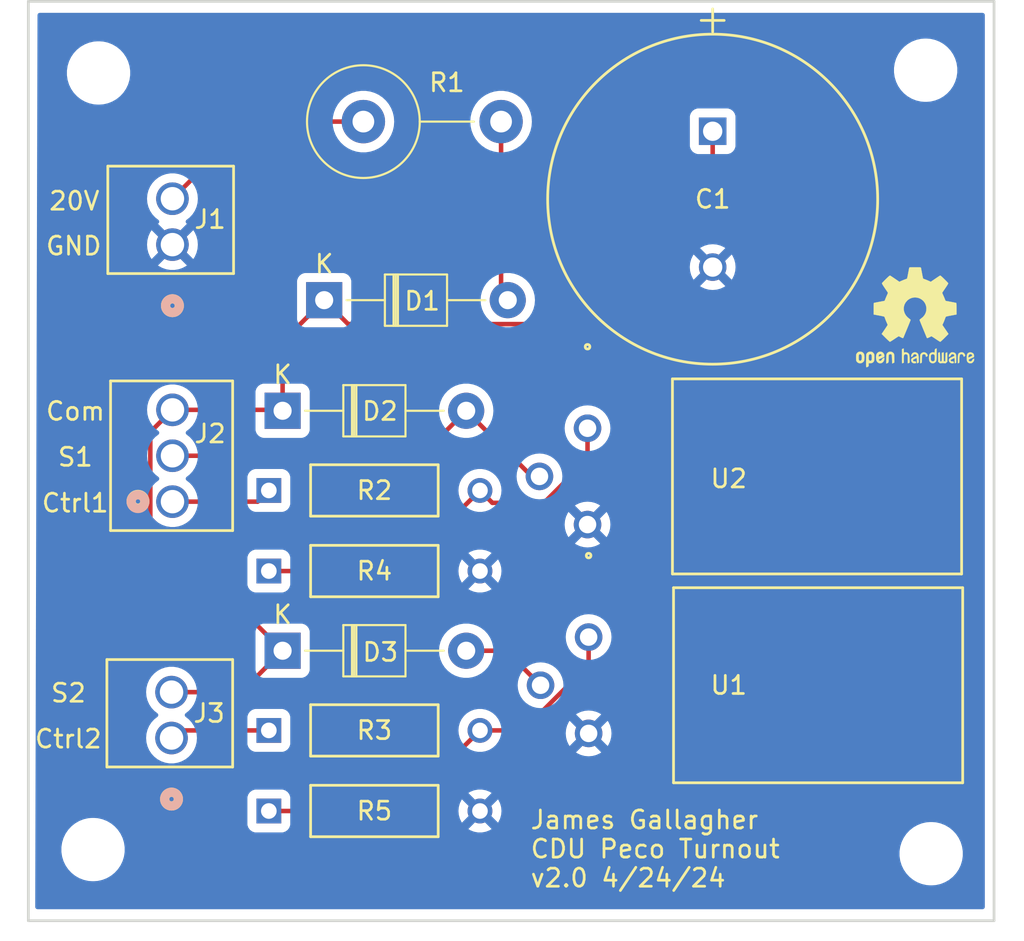
<source format=kicad_pcb>
(kicad_pcb (version 20221018) (generator pcbnew)
  (layers (0 "F.Cu" signal) (31 "B.Cu" signal) (34 "B.Paste" user) (35 "F.Paste" user) (36 "B.SilkS" user "B.Silkscreen") (37 "F.SilkS" user "F.Silkscreen") (38 "B.Mask" user) (39 "F.Mask" user) (44 "Edge.Cuts" user))
  (net 0 "")
  (net 1 "Net-(D1-K)")
  (net 2 "GND")
  (net 3 "Net-(D2-A)")
  (net 4 "Net-(D3-A)")
  (net 5 "Net-(D1-A)")
  (net 6 "Net-(J2-Pin_1)")
  (net 7 "Net-(J3-Pin_1)")
  (net 8 "VCC")
  (net 9 "Net-(U2-BASE)")
  (net 10 "Net-(U1-BASE)")
  (footprint "CDU footprints:TO-220-3_10P53X15P75_ONS" (layer "F.Cu") (at 147.694 113.921 -90)
    (fp_text reference "U1" (at 2.665 -7.754 unlocked) (layer "F.SilkS"))
    (fp_text value "TIP120G")
    (fp_line (start -2.7325 -20.701) (end -2.7325 -4.699) (stroke (width 0.1524)) (layer "F.SilkS"))
    (fp_line (start -2.7325 -4.699) (end 8.0625 -4.699) (stroke (width 0.1524)) (layer "F.SilkS"))
    (fp_line (start 8.0625 -20.701) (end -2.7325 -20.701) (stroke (width 0.1524)) (layer "F.SilkS"))
    (fp_line (start 8.0625 -4.699) (end 8.0625 -20.701) (stroke (width 0.1524)) (layer "F.SilkS"))
    (fp_circle (center -4.5105 0) (end -4.3835 0) (stroke (width 0.1524)) (fill none) (layer "F.SilkS"))
    (pad "1" thru_hole circle (at 0 0 270) (size 1.524 1.524) (drill 0.9652) (layers "*.Cu" "*.Mask") (net 10 "Net-(U1-BASE)"))
    (pad "2" thru_hole circle (at 2.665 2.66 270) (size 1.524 1.524) (drill 0.9652) (layers "*.Cu" "*.Mask") (net 4 "Net-(D3-A)"))
    (pad "3" thru_hole circle (at 5.329999 0 270) (size 1.524 1.524) (drill 0.9652) (layers "*.Cu" "*.Mask") (net 2 "GND"))
    (pad "4" smd rect (at 2.665 -15.748 270) (size 7.62 7.62) (layers "F.Cu" "F.Paste" "F.Mask"))
  )
  (footprint "CDU footprints:CONN_OSTVN02A150_OST" (layer "F.Cu") (at 124.6124 119.507 90)
    (fp_text reference "J3" (at 1.370076 2.0828 unlocked) (layer "F.SilkS"))
    (fp_text value "Conn_01x02_Socket" hide)
    (fp_circle (center -3.379724 0) (end -2.998724 0) (stroke (width 0.508)) (fill none) (layer "B.SilkS"))
    (fp_line (start -1.601724 -3.577001) (end -1.601724 3.382599) (stroke (width 0.1524)) (layer "F.SilkS"))
    (fp_line (start -1.601724 3.382599) (end 4.341876 3.382599) (stroke (width 0.1524)) (layer "F.SilkS"))
    (fp_line (start 4.341876 -3.577001) (end -1.601724 -3.577001) (stroke (width 0.1524)) (layer "F.SilkS"))
    (fp_line (start 4.341876 3.382599) (end 4.341876 -3.577001) (stroke (width 0.1524)) (layer "F.SilkS"))
    (fp_circle (center -3.379724 0) (end -2.998724 0) (stroke (width 0.508)) (fill none) (layer "F.SilkS"))
    (pad "1" thru_hole circle (at 0 0 90) (size 1.8034 1.8034) (drill 1.2954) (layers "*.Cu" "*.Mask") (net 7 "Net-(J3-Pin_1)"))
    (pad "2" thru_hole circle (at 2.54 0 90) (size 1.8034 1.8034) (drill 1.2954) (layers "*.Cu" "*.Mask") (net 1 "Net-(D1-K)"))
  )
  (footprint "CDU footprints:TO-220-3_10P53X15P75_ONS" (layer "F.Cu") (at 147.634 102.364 -90)
    (fp_text reference "U2" (at 2.792 -7.814 unlocked) (layer "F.SilkS"))
    (fp_text value "TIP120G")
    (fp_line (start -2.7325 -20.701) (end -2.7325 -4.699) (stroke (width 0.1524)) (layer "F.SilkS"))
    (fp_line (start -2.7325 -4.699) (end 8.0625 -4.699) (stroke (width 0.1524)) (layer "F.SilkS"))
    (fp_line (start 8.0625 -20.701) (end -2.7325 -20.701) (stroke (width 0.1524)) (layer "F.SilkS"))
    (fp_line (start 8.0625 -4.699) (end 8.0625 -20.701) (stroke (width 0.1524)) (layer "F.SilkS"))
    (fp_circle (center -4.5105 0) (end -4.3835 0) (stroke (width 0.1524)) (fill none) (layer "F.SilkS"))
    (pad "1" thru_hole circle (at 0 0 270) (size 1.524 1.524) (drill 0.9652) (layers "*.Cu" "*.Mask") (net 9 "Net-(U2-BASE)"))
    (pad "2" thru_hole circle (at 2.665 2.66 270) (size 1.524 1.524) (drill 0.9652) (layers "*.Cu" "*.Mask") (net 3 "Net-(D2-A)"))
    (pad "3" thru_hole circle (at 5.329999 0 270) (size 1.524 1.524) (drill 0.9652) (layers "*.Cu" "*.Mask") (net 2 "GND"))
    (pad "4" smd rect (at 2.665 -15.748 270) (size 7.62 7.62) (layers "F.Cu" "F.Paste" "F.Mask"))
  )
  (footprint "CDU footprints:R_Axial_DIN0617_L17.0mm_D6.0mm_P7.62mm_Vertical" (layer "F.Cu") (at 135.2296 85.3948)
    (fp_text reference "R1" (at 4.62 -2.159) (layer "F.SilkS"))
    (fp_text value "220")
    (fp_line (start 3.12 0) (end 6.12 0) (stroke (width 0.12)) (layer "F.SilkS"))
    (fp_circle (center 0 0) (end 3.12 0) (stroke (width 0.12)) (fill none) (layer "F.SilkS"))
    (pad "1" thru_hole circle (at 0 0) (size 2.4 2.4) (drill 1.2) (layers "*.Cu" "*.Mask") (net 8 "VCC"))
    (pad "2" thru_hole oval (at 7.62 0) (size 2.4 2.4) (drill 1.2) (layers "*.Cu" "*.Mask") (net 5 "Net-(D1-A)"))
  )
  (footprint "MountingHole:MountingHole_3mm" (layer "F.Cu") (at 120.5738 82.7024)
    (fp_text reference "H1" hide)
    (fp_text value "MountingHole")
    (pad "" np_thru_hole circle (at 0 0) (size 3 3) (drill 3) (layers "*.Cu" "*.Mask"))
  )
  (footprint "Symbol:OSHW-Logo2_7.3x6mm_SilkScreen" (layer "F.Cu") (at 165.7604 96.2152)
    (fp_text reference "REF**" hide)
    (fp_text value "OSHW-Logo2_7.3x6mm_SilkScreen" hide)
    (fp_poly (pts (xy 2.6526 1.958752) (xy 2.669948 1.966334) (xy 2.711356 1.999128) (xy 2.746765 2.046547) (xy 2.768664 2.097151) (xy 2.772229 2.122098) (xy 2.760279 2.156927) (xy 2.734067 2.175357) (xy 2.705964 2.186516) (xy 2.693095 2.188572) (xy 2.686829 2.173649) (xy 2.674456 2.141175) (xy 2.669028 2.126502) (xy 2.63859 2.075744) (xy 2.59452 2.050427) (xy 2.53801 2.051206) (xy 2.533825 2.052203) (xy 2.503655 2.066507) (xy 2.481476 2.094393) (xy 2.466327 2.139287) (xy 2.45725 2.204615) (xy 2.453286 2.293804) (xy 2.452914 2.341261) (xy 2.45273 2.416071) (xy 2.451522 2.467069) (xy 2.448309 2.499471) (xy 2.442109 2.518495) (xy 2.43194 2.529356) (xy 2.416819 2.537272) (xy 2.415946 2.53767) (xy 2.386828 2.549981) (xy 2.372403 2.554514) (xy 2.370186 2.540809) (xy 2.368289 2.502925) (xy 2.366847 2.445715) (xy 2.365998 2.374027) (xy 2.365829 2.321565) (xy 2.366692 2.220047) (xy 2.37007 2.143032) (xy 2.377142 2.086023) (xy 2.389088 2.044526) (xy 2.40709 2.014043) (xy 2.432327 1.99008) (xy 2.457247 1.973355) (xy 2.517171 1.951097) (xy 2.586911 1.946076) (xy 2.6526 1.958752)) (stroke (width 0.01)) (fill solid) (layer "F.SilkS"))
    (fp_poly (pts (xy -1.283907 1.92778) (xy -1.237328 1.954723) (xy -1.204943 1.981466) (xy -1.181258 2.009484) (xy -1.164941 2.043748) (xy -1.154661 2.089227) (xy -1.149086 2.150892) (xy -1.146884 2.233711) (xy -1.146629 2.293246) (xy -1.146629 2.512391) (xy -1.208314 2.540044) (xy -1.27 2.567697) (xy -1.277257 2.32767) (xy -1.280256 2.238028) (xy -1.283402 2.172962) (xy -1.287299 2.128026) (xy -1.292553 2.09877) (xy -1.299769 2.080748) (xy -1.30955 2.069511) (xy -1.312688 2.067079) (xy -1.360239 2.048083) (xy -1.408303 2.0556) (xy -1.436914 2.075543) (xy -1.448553 2.089675) (xy -1.456609 2.10822) (xy -1.461729 2.136334) (xy -1.464559 2.179173) (xy -1.465744 2.241895) (xy -1.465943 2.307261) (xy -1.465982 2.389268) (xy -1.467386 2.447316) (xy -1.472086 2.486465) (xy -1.482013 2.51178) (xy -1.499097 2.528323) (xy -1.525268 2.541156) (xy -1.560225 2.554491) (xy -1.598404 2.569007) (xy -1.593859 2.311389) (xy -1.592029 2.218519) (xy -1.589888 2.149889) (xy -1.586819 2.100711) (xy -1.582206 2.066198) (xy -1.575432 2.041562) (xy -1.565881 2.022016) (xy -1.554366 2.00477) (xy -1.49881 1.94968) (xy -1.43102 1.917822) (xy -1.357287 1.910191) (xy -1.283907 1.92778)) (stroke (width 0.01)) (fill solid) (layer "F.SilkS"))
    (fp_poly (pts (xy 0.529926 1.949755) (xy 0.595858 1.974084) (xy 0.649273 2.017117) (xy 0.670164 2.047409) (xy 0.692939 2.102994) (xy 0.692466 2.143186) (xy 0.668562 2.170217) (xy 0.659717 2.174813) (xy 0.62153 2.189144) (xy 0.602028 2.185472) (xy 0.595422 2.161407) (xy 0.595086 2.148114) (xy 0.582992 2.09921) (xy 0.551471 2.064999) (xy 0.507659 2.048476) (xy 0.458695 2.052634) (xy 0.418894 2.074227) (xy 0.40545 2.086544) (xy 0.395921 2.101487) (xy 0.389485 2.124075) (xy 0.385317 2.159328) (xy 0.382597 2.212266) (xy 0.380502 2.287907) (xy 0.37996 2.311857) (xy 0.377981 2.39379) (xy 0.375731 2.451455) (xy 0.372357 2.489608) (xy 0.367006 2.513004) (xy 0.358824 2.526398) (xy 0.346959 2.534545) (xy 0.339362 2.538144) (xy 0.307102 2.550452) (xy 0.288111 2.554514) (xy 0.281836 2.540948) (xy 0.278006 2.499934) (xy 0.2766 2.430999) (xy 0.277598 2.333669) (xy 0.277908 2.318657) (xy 0.280101 2.229859) (xy 0.282693 2.165019) (xy 0.286382 2.119067) (xy 0.291864 2.086935) (xy 0.299835 2.063553) (xy 0.310993 2.043852) (xy 0.31683 2.03541) (xy 0.350296 1.998057) (xy 0.387727 1.969003) (xy 0.392309 1.966467) (xy 0.459426 1.946443) (xy 0.529926 1.949755)) (stroke (width 0.01)) (fill solid) (layer "F.SilkS"))
    (fp_poly (pts (xy -0.624114 1.851289) (xy -0.619861 1.910613) (xy -0.614975 1.945572) (xy -0.608205 1.96082) (xy -0.598298 1.961015) (xy -0.595086 1.959195) (xy -0.552356 1.946015) (xy -0.496773 1.946785) (xy -0.440263 1.960333) (xy -0.404918 1.977861) (xy -0.368679 2.005861) (xy -0.342187 2.037549) (xy -0.324001 2.077813) (xy -0.312678 2.131543) (xy -0.306778 2.203626) (xy -0.304857 2.298951) (xy -0.304823 2.317237) (xy -0.3048 2.522646) (xy -0.350509 2.53858) (xy -0.382973 2.54942) (xy -0.400785 2.554468) (xy -0.401309 2.554514) (xy -0.403063 2.540828) (xy -0.404556 2.503076) (xy -0.405674 2.446224) (xy -0.406303 2.375234) (xy -0.4064 2.332073) (xy -0.406602 2.246973) (xy -0.407642 2.185981) (xy -0.410169 2.144177) (xy -0.414836 2.116642) (xy -0.422293 2.098456) (xy -0.433189 2.084698) (xy -0.439993 2.078073) (xy -0.486728 2.051375) (xy -0.537728 2.049375) (xy -0.583999 2.071955) (xy -0.592556 2.080107) (xy -0.605107 2.095436) (xy -0.613812 2.113618) (xy -0.619369 2.139909) (xy -0.622474 2.179562) (xy -0.623824 2.237832) (xy -0.624114 2.318173) (xy -0.624114 2.522646) (xy -0.669823 2.53858) (xy -0.702287 2.54942) (xy -0.720099 2.554468) (xy -0.720623 2.554514) (xy -0.721963 2.540623) (xy -0.723172 2.501439) (xy -0.724199 2.4407) (xy -0.724998 2.362141) (xy -0.725519 2.269498) (xy -0.725714 2.166509) (xy -0.725714 1.769342) (xy -0.678543 1.749444) (xy -0.631371 1.729547) (xy -0.624114 1.851289)) (stroke (width 0.01)) (fill solid) (layer "F.SilkS"))
    (fp_poly (pts (xy 1.779833 1.958663) (xy 1.782048 1.99685) (xy 1.783784 2.054886) (xy 1.784899 2.12818) (xy 1.785257 2.205055) (xy 1.785257 2.465196) (xy 1.739326 2.511127) (xy 1.707675 2.539429) (xy 1.67989 2.550893) (xy 1.641915 2.550168) (xy 1.62684 2.548321) (xy 1.579726 2.542948) (xy 1.540756 2.539869) (xy 1.531257 2.539585) (xy 1.499233 2.541445) (xy 1.453432 2.546114) (xy 1.435674 2.548321) (xy 1.392057 2.551735) (xy 1.362745 2.54432) (xy 1.33368 2.521427) (xy 1.323188 2.511127) (xy 1.277257 2.465196) (xy 1.277257 1.978602) (xy 1.314226 1.961758) (xy 1.346059 1.949282) (xy 1.364683 1.944914) (xy 1.369458 1.958718) (xy 1.373921 1.997286) (xy 1.377775 2.056356) (xy 1.380722 2.131663) (xy 1.382143 2.195286) (xy 1.386114 2.445657) (xy 1.420759 2.450556) (xy 1.452268 2.447131) (xy 1.467708 2.436041) (xy 1.472023 2.415308) (xy 1.475708 2.371145) (xy 1.478469 2.309146) (xy 1.480012 2.234909) (xy 1.480235 2.196706) (xy 1.480457 1.976783) (xy 1.526166 1.960849) (xy 1.558518 1.950015) (xy 1.576115 1.944962) (xy 1.576623 1.944914) (xy 1.578388 1.958648) (xy 1.580329 1.99673) (xy 1.582282 2.054482) (xy 1.584084 2.127227) (xy 1.585343 2.195286) (xy 1.589314 2.445657) (xy 1.6764 2.445657) (xy 1.680396 2.21724) (xy 1.684392 1.988822) (xy 1.726847 1.966868) (xy 1.758192 1.951793) (xy 1.776744 1.944951) (xy 1.777279 1.944914) (xy 1.779833 1.958663)) (stroke (width 0.01)) (fill solid) (layer "F.SilkS"))
    (fp_poly (pts (xy -2.958885 1.921962) (xy -2.890855 1.957733) (xy -2.840649 2.015301) (xy -2.822815 2.052312) (xy -2.808937 2.107882) (xy -2.801833 2.178096) (xy -2.80116 2.254727) (xy -2.806573 2.329552) (xy -2.81773 2.394342) (xy -2.834286 2.440873) (xy -2.839374 2.448887) (xy -2.899645 2.508707) (xy -2.971231 2.544535) (xy -3.048908 2.55502) (xy -3.127452 2.53881) (xy -3.149311 2.529092) (xy -3.191878 2.499143) (xy -3.229237 2.459433) (xy -3.232768 2.454397) (xy -3.247119 2.430124) (xy -3.256606 2.404178) (xy -3.26221 2.370022) (xy -3.264914 2.321119) (xy -3.265701 2.250935) (xy -3.265714 2.2352) (xy -3.265678 2.230192) (xy -3.120571 2.230192) (xy -3.119727 2.29643) (xy -3.116404 2.340386) (xy -3.109417 2.368779) (xy -3.097584 2.388325) (xy -3.091543 2.394857) (xy -3.056814 2.41968) (xy -3.023097 2.418548) (xy -2.989005 2.397016) (xy -2.968671 2.374029) (xy -2.956629 2.340478) (xy -2.949866 2.287569) (xy -2.949402 2.281399) (xy -2.948248 2.185513) (xy -2.960312 2.114299) (xy -2.98543 2.068194) (xy -3.02344 2.047635) (xy -3.037008 2.046514) (xy -3.072636 2.052152) (xy -3.097006 2.071686) (xy -3.111907 2.109042) (xy -3.119125 2.16815) (xy -3.120571 2.230192) (xy -3.265678 2.230192) (xy -3.265174 2.160413) (xy -3.262904 2.108159) (xy -3.257932 2.071949) (xy -3.249287 2.045299) (xy -3.235995 2.021722) (xy -3.233057 2.017338) (xy -3.183687 1.958249) (xy -3.129891 1.923947) (xy -3.064398 1.910331) (xy -3.042158 1.909665) (xy -2.958885 1.921962)) (stroke (width 0.01)) (fill solid) (layer "F.SilkS"))
    (fp_poly (pts (xy 3.153595 1.966966) (xy 3.211021 2.004497) (xy 3.238719 2.038096) (xy 3.260662 2.099064) (xy 3.262405 2.147308) (xy 3.258457 2.211816) (xy 3.109686 2.276934) (xy 3.037349 2.310202) (xy 2.990084 2.336964) (xy 2.965507 2.360144) (xy 2.961237 2.382667) (xy 2.974889 2.407455) (xy 2.989943 2.423886) (xy 3.033746 2.450235) (xy 3.081389 2.452081) (xy 3.125145 2.431546) (xy 3.157289 2.390752) (xy 3.163038 2.376347) (xy 3.190576 2.331356) (xy 3.222258 2.312182) (xy 3.265714 2.295779) (xy 3.265714 2.357966) (xy 3.261872 2.400283) (xy 3.246823 2.435969) (xy 3.21528 2.476943) (xy 3.210592 2.482267) (xy 3.175506 2.51872) (xy 3.145347 2.538283) (xy 3.107615 2.547283) (xy 3.076335 2.55023) (xy 3.020385 2.550965) (xy 2.980555 2.54166) (xy 2.955708 2.527846) (xy 2.916656 2.497467) (xy 2.889625 2.464613) (xy 2.872517 2.423294) (xy 2.863238 2.367521) (xy 2.859693 2.291305) (xy 2.85941 2.252622) (xy 2.860372 2.206247) (xy 2.948007 2.206247) (xy 2.949023 2.231126) (xy 2.951556 2.2352) (xy 2.968274 2.229665) (xy 3.004249 2.215017) (xy 3.052331 2.19419) (xy 3.062386 2.189714) (xy 3.123152 2.158814) (xy 3.156632 2.131657) (xy 3.16399 2.10622) (xy 3.146391 2.080481) (xy 3.131856 2.069109) (xy 3.07941 2.046364) (xy 3.030322 2.050122) (xy 2.989227 2.077884) (xy 2.960758 2.127152) (xy 2.951631 2.166257) (xy 2.948007 2.206247) (xy 2.860372 2.206247) (xy 2.861285 2.162249) (xy 2.868196 2.095384) (xy 2.881884 2.046695) (xy 2.904096 2.010849) (xy 2.936574 1.982513) (xy 2.950733 1.973355) (xy 3.015053 1.949507) (xy 3.085473 1.948006) (xy 3.153595 1.966966)) (stroke (width 0.01)) (fill solid) (layer "F.SilkS"))
    (fp_poly (pts (xy 1.190117 2.065358) (xy 1.189933 2.173837) (xy 1.189219 2.257287) (xy 1.187675 2.319704) (xy 1.185001 2.365085) (xy 1.180894 2.397429) (xy 1.175055 2.420733) (xy 1.167182 2.438995) (xy 1.161221 2.449418) (xy 1.111855 2.505945) (xy 1.049264 2.541377) (xy 0.980013 2.55409) (xy 0.910668 2.542463) (xy 0.869375 2.521568) (xy 0.826025 2.485422) (xy 0.796481 2.441276) (xy 0.778655 2.383462) (xy 0.770463 2.306313) (xy 0.769302 2.249714) (xy 0.769458 2.245647) (xy 0.870857 2.245647) (xy 0.871476 2.31055) (xy 0.874314 2.353514) (xy 0.88084 2.381622) (xy 0.892523 2.401953) (xy 0.906483 2.417288) (xy 0.953365 2.44689) (xy 1.003701 2.449419) (xy 1.051276 2.424705) (xy 1.054979 2.421356) (xy 1.070783 2.403935) (xy 1.080693 2.383209) (xy 1.086058 2.352362) (xy 1.088228 2.304577) (xy 1.088571 2.251748) (xy 1.087827 2.185381) (xy 1.084748 2.141106) (xy 1.078061 2.112009) (xy 1.066496 2.091173) (xy 1.057013 2.080107) (xy 1.01296 2.052198) (xy 0.962224 2.048843) (xy 0.913796 2.070159) (xy 0.90445 2.078073) (xy 0.88854 2.095647) (xy 0.87861 2.116587) (xy 0.873278 2.147782) (xy 0.871163 2.196122) (xy 0.870857 2.245647) (xy 0.769458 2.245647) (xy 0.77281 2.158568) (xy 0.784726 2.090086) (xy 0.807135 2.0386) (xy 0.842124 1.998443) (xy 0.869375 1.977861) (xy 0.918907 1.955625) (xy 0.976316 1.945304) (xy 1.029682 1.948067) (xy 1.059543 1.959212) (xy 1.071261 1.962383) (xy 1.079037 1.950557) (xy 1.084465 1.918866) (xy 1.088571 1.870593) (xy 1.093067 1.816829) (xy 1.099313 1.784482) (xy 1.110676 1.765985) (xy 1.130528 1.75377) (xy 1.143 1.748362) (xy 1.190171 1.728601) (xy 1.190117 2.065358)) (stroke (width 0.01)) (fill solid) (layer "F.SilkS"))
    (fp_poly (pts (xy -1.831697 1.931239) (xy -1.774473 1.969735) (xy -1.730251 2.025335) (xy -1.703833 2.096086) (xy -1.69849 2.148162) (xy -1.699097 2.169893) (xy -1.704178 2.186531) (xy -1.718145 2.201437) (xy -1.745411 2.217973) (xy -1.790388 2.239498) (xy -1.857489 2.269374) (xy -1.857829 2.269524) (xy -1.919593 2.297813) (xy -1.970241 2.322933) (xy -2.004596 2.342179) (xy -2.017482 2.352848) (xy -2.017486 2.352934) (xy -2.006128 2.376166) (xy -1.979569 2.401774) (xy -1.949077 2.420221) (xy -1.93363 2.423886) (xy -1.891485 2.411212) (xy -1.855192 2.379471) (xy -1.837483 2.344572) (xy -1.820448 2.318845) (xy -1.787078 2.289546) (xy -1.747851 2.264235) (xy -1.713244 2.250471) (xy -1.706007 2.249714) (xy -1.697861 2.26216) (xy -1.69737 2.293972) (xy -1.703357 2.336866) (xy -1.714643 2.382558) (xy -1.73005 2.422761) (xy -1.730829 2.424322) (xy -1.777196 2.489062) (xy -1.837289 2.533097) (xy -1.905535 2.554711) (xy -1.976362 2.552185) (xy -2.044196 2.523804) (xy -2.047212 2.521808) (xy -2.100573 2.473448) (xy -2.13566 2.410352) (xy -2.155078 2.327387) (xy -2.157684 2.304078) (xy -2.162299 2.194055) (xy -2.156767 2.142748) (xy -2.017486 2.142748) (xy -2.015676 2.174753) (xy -2.005778 2.184093) (xy -1.981102 2.177105) (xy -1.942205 2.160587) (xy -1.898725 2.139881) (xy -1.897644 2.139333) (xy -1.860791 2.119949) (xy -1.846 2.107013) (xy -1.849647 2.093451) (xy -1.865005 2.075632) (xy -1.904077 2.049845) (xy -1.946154 2.04795) (xy -1.983897 2.066717) (xy -2.009966 2.102915) (xy -2.017486 2.142748) (xy -2.156767 2.142748) (xy -2.152806 2.106027) (xy -2.12845 2.036212) (xy -2.094544 1.987302) (xy -2.033347 1.937878) (xy -1.965937 1.913359) (xy -1.89712 1.911797) (xy -1.831697 1.931239)) (stroke (width 0.01)) (fill solid) (layer "F.SilkS"))
    (fp_poly (pts (xy 0.039744 1.950968) (xy 0.096616 1.972087) (xy 0.097267 1.972493) (xy 0.13244 1.99838) (xy 0.158407 2.028633) (xy 0.17667 2.068058) (xy 0.188732 2.121462) (xy 0.196096 2.193651) (xy 0.200264 2.289432) (xy 0.200629 2.303078) (xy 0.205876 2.508842) (xy 0.161716 2.531678) (xy 0.129763 2.54711) (xy 0.11047 2.554423) (xy 0.109578 2.554514) (xy 0.106239 2.541022) (xy 0.103587 2.504626) (xy 0.101956 2.451452) (xy 0.1016 2.408393) (xy 0.101592 2.338641) (xy 0.098403 2.294837) (xy 0.087288 2.273944) (xy 0.063501 2.272925) (xy 0.022296 2.288741) (xy -0.039914 2.317815) (xy -0.085659 2.341963) (xy -0.109187 2.362913) (xy -0.116104 2.385747) (xy -0.116114 2.386877) (xy -0.104701 2.426212) (xy -0.070908 2.447462) (xy -0.019191 2.450539) (xy 0.018061 2.450006) (xy 0.037703 2.460735) (xy 0.049952 2.486505) (xy 0.057002 2.519337) (xy 0.046842 2.537966) (xy 0.043017 2.540632) (xy 0.007001 2.55134) (xy -0.043434 2.552856) (xy -0.095374 2.545759) (xy -0.132178 2.532788) (xy -0.183062 2.489585) (xy -0.211986 2.429446) (xy -0.217714 2.382462) (xy -0.213343 2.340082) (xy -0.197525 2.305488) (xy -0.166203 2.274763) (xy -0.115322 2.24399) (xy -0.040824 2.209252) (xy -0.036286 2.207288) (xy 0.030821 2.176287) (xy 0.072232 2.150862) (xy 0.089981 2.128014) (xy 0.086107 2.104745) (xy 0.062643 2.078056) (xy 0.055627 2.071914) (xy 0.00863 2.0481) (xy -0.040067 2.049103) (xy -0.082478 2.072451) (xy -0.110616 2.115675) (xy -0.113231 2.12416) (xy -0.138692 2.165308) (xy -0.170999 2.185128) (xy -0.217714 2.20477) (xy -0.217714 2.15395) (xy -0.203504 2.080082) (xy -0.161325 2.012327) (xy -0.139376 1.989661) (xy -0.089483 1.960569) (xy -0.026033 1.9474) (xy 0.039744 1.950968)) (stroke (width 0.01)) (fill solid) (layer "F.SilkS"))
    (fp_poly (pts (xy -2.400256 1.919918) (xy -2.344799 1.947568) (xy -2.295852 1.99848) (xy -2.282371 2.017338) (xy -2.267686 2.042015) (xy -2.258158 2.068816) (xy -2.252707 2.104587) (xy -2.250253 2.156169) (xy -2.249714 2.224267) (xy -2.252148 2.317588) (xy -2.260606 2.387657) (xy -2.276826 2.439931) (xy -2.302546 2.479869) (xy -2.339503 2.512929) (xy -2.342218 2.514886) (xy -2.37864 2.534908) (xy -2.422498 2.544815) (xy -2.478276 2.547257) (xy -2.568952 2.547257) (xy -2.56899 2.635283) (xy -2.569834 2.684308) (xy -2.574976 2.713065) (xy -2.588413 2.730311) (xy -2.614142 2.744808) (xy -2.620321 2.747769) (xy -2.649236 2.761648) (xy -2.671624 2.770414) (xy -2.688271 2.771171) (xy -2.699964 2.761023) (xy -2.70749 2.737073) (xy -2.711634 2.696426) (xy -2.713185 2.636186) (xy -2.712929 2.553455) (xy -2.711651 2.445339) (xy -2.711252 2.413) (xy -2.709815 2.301524) (xy -2.708528 2.228603) (xy -2.569029 2.228603) (xy -2.568245 2.290499) (xy -2.56476 2.330997) (xy -2.556876 2.357708) (xy -2.542895 2.378244) (xy -2.533403 2.38826) (xy -2.494596 2.417567) (xy -2.460237 2.419952) (xy -2.424784 2.39575) (xy -2.423886 2.394857) (xy -2.409461 2.376153) (xy -2.400687 2.350732) (xy -2.396261 2.311584) (xy -2.394882 2.251697) (xy -2.394857 2.23843) (xy -2.398188 2.155901) (xy -2.409031 2.098691) (xy -2.42866 2.063766) (xy -2.45835 2.048094) (xy -2.475509 2.046514) (xy -2.516234 2.053926) (xy -2.544168 2.07833) (xy -2.560983 2.12298) (xy -2.56835 2.19113) (xy -2.569029 2.228603) (xy -2.708528 2.228603) (xy -2.708292 2.215245) (xy -2.706323 2.150333) (xy -2.70355 2.102958) (xy -2.699612 2.06929) (xy -2.694151 2.045498) (xy -2.686808 2.027753) (xy -2.677223 2.012224) (xy -2.673113 2.006381) (xy -2.618595 1.951185) (xy -2.549664 1.91989) (xy -2.469928 1.911165) (xy -2.400256 1.919918)) (stroke (width 0.01)) (fill solid) (layer "F.SilkS"))
    (fp_poly (pts (xy 2.144876 1.956335) (xy 2.186667 1.975344) (xy 2.219469 1.998378) (xy 2.243503 2.024133) (xy 2.260097 2.057358) (xy 2.270577 2.1028) (xy 2.276271 2.165207) (xy 2.278507 2.249327) (xy 2.278743 2.304721) (xy 2.278743 2.520826) (xy 2.241774 2.53767) (xy 2.212656 2.549981) (xy 2.198231 2.554514) (xy 2.195472 2.541025) (xy 2.193282 2.504653) (xy 2.191942 2.451542) (xy 2.191657 2.409372) (xy 2.190434 2.348447) (xy 2.187136 2.300115) (xy 2.182321 2.270518) (xy 2.178496 2.264229) (xy 2.152783 2.270652) (xy 2.112418 2.287125) (xy 2.065679 2.309458) (xy 2.020845 2.333457) (xy 1.986193 2.35493) (xy 1.970002 2.369685) (xy 1.969938 2.369845) (xy 1.97133 2.397152) (xy 1.983818 2.423219) (xy 2.005743 2.444392) (xy 2.037743 2.451474) (xy 2.065092 2.450649) (xy 2.103826 2.450042) (xy 2.124158 2.459116) (xy 2.136369 2.483092) (xy 2.137909 2.487613) (xy 2.143203 2.521806) (xy 2.129047 2.542568) (xy 2.092148 2.552462) (xy 2.052289 2.554292) (xy 1.980562 2.540727) (xy 1.943432 2.521355) (xy 1.897576 2.475845) (xy 1.873256 2.419983) (xy 1.871073 2.360957) (xy 1.891629 2.305953) (xy 1.922549 2.271486) (xy 1.95342 2.252189) (xy 2.001942 2.227759) (xy 2.058485 2.202985) (xy 2.06791 2.199199) (xy 2.130019 2.171791) (xy 2.165822 2.147634) (xy 2.177337 2.123619) (xy 2.16658 2.096635) (xy 2.148114 2.075543) (xy 2.104469 2.049572) (xy 2.056446 2.047624) (xy 2.012406 2.067637) (xy 1.980709 2.107551) (xy 1.976549 2.117848) (xy 1.952327 2.155724) (xy 1.916965 2.183842) (xy 1.872343 2.206917) (xy 1.872343 2.141485) (xy 1.874969 2.101506) (xy 1.88623 2.069997) (xy 1.911199 2.036378) (xy 1.935169 2.010484) (xy 1.972441 1.973817) (xy 2.001401 1.954121) (xy 2.032505 1.94622) (xy 2.067713 1.944914) (xy 2.144876 1.956335)) (stroke (width 0.01)) (fill solid) (layer "F.SilkS"))
    (fp_poly (pts (xy 0.10391 -2.757652) (xy 0.182454 -2.757222) (xy 0.239298 -2.756058) (xy 0.278105 -2.753793) (xy 0.302538 -2.75006) (xy 0.316262 -2.744494) (xy 0.32294 -2.736727) (xy 0.326236 -2.726395) (xy 0.326556 -2.725057) (xy 0.331562 -2.700921) (xy 0.340829 -2.653299) (xy 0.353392 -2.587259) (xy 0.368287 -2.507872) (xy 0.384551 -2.420204) (xy 0.385119 -2.417125) (xy 0.40141 -2.331211) (xy 0.416652 -2.255304) (xy 0.429861 -2.193955) (xy 0.440054 -2.151718) (xy 0.446248 -2.133145) (xy 0.446543 -2.132816) (xy 0.464788 -2.123747) (xy 0.502405 -2.108633) (xy 0.551271 -2.090738) (xy 0.551543 -2.090642) (xy 0.613093 -2.067507) (xy 0.685657 -2.038035) (xy 0.754057 -2.008403) (xy 0.757294 -2.006938) (xy 0.868702 -1.956374) (xy 1.115399 -2.12484) (xy 1.191077 -2.176197) (xy 1.259631 -2.222111) (xy 1.317088 -2.25997) (xy 1.359476 -2.287163) (xy 1.382825 -2.301079) (xy 1.385042 -2.302111) (xy 1.40201 -2.297516) (xy 1.433701 -2.275345) (xy 1.481352 -2.234553) (xy 1.546198 -2.174095) (xy 1.612397 -2.109773) (xy 1.676214 -2.046388) (xy 1.733329 -1.988549) (xy 1.780305 -1.939825) (xy 1.813703 -1.90379) (xy 1.830085 -1.884016) (xy 1.830694 -1.882998) (xy 1.832505 -1.869428) (xy 1.825683 -1.847267) (xy 1.80854 -1.813522) (xy 1.779393 -1.7652) (xy 1.736555 -1.699308) (xy 1.679448 -1.614483) (xy 1.628766 -1.539823) (xy 1.583461 -1.47286) (xy 1.54615 -1.417484) (xy 1.519452 -1.37758) (xy 1.505985 -1.357038) (xy 1.505137 -1.355644) (xy 1.506781 -1.335962) (xy 1.519245 -1.297707) (xy 1.540048 -1.248111) (xy 1.547462 -1.232272) (xy 1.579814 -1.16171) (xy 1.614328 -1.081647) (xy 1.642365 -1.012371) (xy 1.662568 -0.960955) (xy 1.678615 -0.921881) (xy 1.687888 -0.901459) (xy 1.689041 -0.899886) (xy 1.706096 -0.897279) (xy 1.746298 -0.890137) (xy 1.804302 -0.879477) (xy 1.874763 -0.866315) (xy 1.952335 -0.851667) (xy 2.031672 -0.836551) (xy 2.107431 -0.821982) (xy 2.174264 -0.808978) (xy 2.226828 -0.798555) (xy 2.259776 -0.79173) (xy 2.267857 -0.789801) (xy 2.276205 -0.785038) (xy 2.282506 -0.774282) (xy 2.287045 -0.753902) (xy 2.290104 -0.720266) (xy 2.291967 -0.669745) (xy 2.292918 -0.598708) (xy 2.29324 -0.503524) (xy 2.293257 -0.464508) (xy 2.293257 -0.147201) (xy 2.217057 -0.132161) (xy 2.174663 -0.124005) (xy 2.1114 -0.112101) (xy 2.034962 -0.097884) (xy 1.953043 -0.08279) (xy 1.9304 -0.078645) (xy 1.854806 -0.063947) (xy 1.788953 -0.049495) (xy 1.738366 -0.036625) (xy 1.708574 -0.026678) (xy 1.703612 -0.023713) (xy 1.691426 -0.002717) (xy 1.673953 0.037967) (xy 1.654577 0.090322) (xy 1.650734 0.1016) (xy 1.625339 0.171523) (xy 1.593817 0.250418) (xy 1.562969 0.321266) (xy 1.562817 0.321595) (xy 1.511447 0.432733) (xy 1.680399 0.681253) (xy 1.849352 0.929772) (xy 1.632429 1.147058) (xy 1.566819 1.211726) (xy 1.506979 1.268733) (xy 1.456267 1.315033) (xy 1.418046 1.347584) (xy 1.395675 1.363343) (xy 1.392466 1.364343) (xy 1.373626 1.356469) (xy 1.33518 1.334578) (xy 1.28133 1.301267) (xy 1.216276 1.259131) (xy 1.14594 1.211943) (xy 1.074555 1.16381) (xy 1.010908 1.121928) (xy 0.959041 1.088871) (xy 0.922995 1.067218) (xy 0.906867 1.059543) (xy 0.887189 1.066037) (xy 0.849875 1.08315) (xy 0.802621 1.107326) (xy 0.797612 1.110013) (xy 0.733977 1.141927) (xy 0.690341 1.157579) (xy 0.663202 1.157745) (xy 0.649057 1.143204) (xy 0.648975 1.143) (xy 0.641905 1.125779) (xy 0.625042 1.084899) (xy 0.599695 1.023525) (xy 0.567171 0.944819) (xy 0.528778 0.851947) (xy 0.485822 0.748072) (xy 0.444222 0.647502) (xy 0.398504 0.536516) (xy 0.356526 0.433703) (xy 0.319548 0.342215) (xy 0.288827 0.265201) (xy 0.265622 0.205815) (xy 0.25119 0.167209) (xy 0.246743 0.1528) (xy 0.257896 0.136272) (xy 0.287069 0.10993) (xy 0.325971 0.080887) (xy 0.436757 -0.010961) (xy 0.523351 -0.116241) (xy 0.584716 -0.232734) (xy 0.619815 -0.358224) (xy 0.627608 -0.490493) (xy 0.621943 -0.551543) (xy 0.591078 -0.678205) (xy 0.53792 -0.790059) (xy 0.465767 -0.885999) (xy 0.377917 -0.964924) (xy 0.277665 -1.02573) (xy 0.16831 -1.067313) (xy 0.053147 -1.088572) (xy -0.064525 -1.088401) (xy -0.18141 -1.065699) (xy -0.294211 -1.019362) (xy -0.399631 -0.948287) (xy -0.443632 -0.908089) (xy -0.528021 -0.804871) (xy -0.586778 -0.692075) (xy -0.620296 -0.57299) (xy -0.628965 -0.450905) (xy -0.613177 -0.329107) (xy -0.573322 -0.210884) (xy -0.509793 -0.099525) (xy -0.422979 0.001684) (xy -0.325971 0.080887) (xy -0.285563 0.111162) (xy -0.257018 0.137219) (xy -0.246743 0.152825) (xy -0.252123 0.169843) (xy -0.267425 0.2105) (xy -0.291388 0.271642) (xy -0.322756 0.350119) (xy -0.360268 0.44278) (xy -0.402667 0.546472) (xy -0.444337 0.647526) (xy -0.49031 0.758607) (xy -0.532893 0.861541) (xy -0.570779 0.953165) (xy -0.60266 1.030316) (xy -0.627229 1.089831) (xy -0.64318 1.128544) (xy -0.64909 1.143) (xy -0.663052 1.157685) (xy -0.69006 1.157642) (xy -0.733587 1.142099) (xy -0.79711 1.110284) (xy -0.797612 1.110013) (xy -0.84544 1.085323) (xy -0.884103 1.067338) (xy -0.905905 1.059614) (xy -0.906867 1.059543) (xy -0.923279 1.067378) (xy -0.959513 1.089165) (xy -1.011526 1.122328) (xy -1.075275 1.164291) (xy -1.14594 1.211943) (xy -1.217884 1.260191) (xy -1.282726 1.302151) (xy -1.336265 1.335227) (xy -1.374303 1.356821) (xy -1.392467 1.364343) (xy -1.409192 1.354457) (xy -1.44282 1.326826) (xy -1.48999 1.284495) (xy -1.547342 1.230505) (xy -1.611516 1.167899) (xy -1.632503 1.146983) (xy -1.849501 0.929623) (xy -1.684332 0.68722) (xy -1.634136 0.612781) (xy -1.590081 0.545972) (xy -1.554638 0.490665) (xy -1.530281 0.450729) (xy -1.519478 0.430036) (xy -1.519162 0.428563) (xy -1.524857 0.409058) (xy -1.540174 0.369822) (xy -1.562463 0.31743) (xy -1.578107 0.282355) (xy -1.607359 0.215201) (xy -1.634906 0.147358) (xy -1.656263 0.090034) (xy -1.662065 0.072572) (xy -1.678548 0.025938) (xy -1.69466 -0.010095) (xy -1.70351 -0.023713) (xy -1.72304 -0.032048) (xy -1.765666 -0.043863) (xy -1.825855 -0.057819) (xy -1.898078 -0.072578) (xy -1.9304 -0.078645) (xy -2.012478 -0.093727) (xy -2.091205 -0.108331) (xy -2.158891 -0.12102) (xy -2.20784 -0.130358) (xy -2.217057 -0.132161) (xy -2.293257 -0.147201) (xy -2.293257 -0.464508) (xy -2.293086 -0.568846) (xy -2.292384 -0.647787) (xy -2.290866 -0.704962) (xy -2.288251 -0.744001) (xy -2.284254 -0.768535) (xy -2.278591 -0.782195) (xy -2.27098 -0.788611) (xy -2.267857 -0.789801) (xy -2.249022 -0.79402) (xy -2.207412 -0.802438) (xy -2.14837 -0.814039) (xy -2.077243 -0.827805) (xy -1.999375 -0.84272) (xy -1.920113 -0.857768) (xy -1.844802 -0.871931) (xy -1.778787 -0.884194) (xy -1.727413 -0.893539) (xy -1.696025 -0.89895) (xy -1.689041 -0.899886) (xy -1.682715 -0.912404) (xy -1.66871 -0.945754) (xy -1.649645 -0.993623) (xy -1.642366 -1.012371) (xy -1.613004 -1.084805) (xy -1.578429 -1.16483) (xy -1.547463 -1.232272) (xy -1.524677 -1.283841) (xy -1.509518 -1.326215) (xy -1.504458 -1.352166) (xy -1.505264 -1.355644) (xy -1.515959 -1.372064) (xy -1.54038 -1.408583) (xy -1.575905 -1.461313) (xy -1.619913 -1.526365) (xy -1.669783 -1.599849) (xy -1.679644 -1.614355) (xy -1.737508 -1.700296) (xy -1.780044 -1.765739) (xy -1.808946 -1.813696) (xy -1.82591 -1.84718) (xy -1.832633 -1.869205) (xy -1.83081 -1.882783) (xy -1.830764 -1.882869) (xy -1.816414 -1.900703) (xy -1.784677 -1.935183) (xy -1.73899 -1.982732) (xy -1.682796 -2.039778) (xy -1.619532 -2.102745) (xy -1.612398 -2.109773) (xy -1.53267 -2.18698) (xy -1.471143 -2.24367) (xy -1.426579 -2.28089) (xy -1.397743 -2.299685) (xy -1.385042 -2.302111) (xy -1.366506 -2.291529) (xy -1.328039 -2.267084) (xy -1.273614 -2.231388) (xy -1.207202 -2.187053) (xy -1.132775 -2.136689) (xy -1.115399 -2.12484) (xy -0.868703 -1.956374) (xy -0.757294 -2.006938) (xy -0.689543 -2.036405) (xy -0.616817 -2.066041) (xy -0.554297 -2.08967) (xy -0.551543 -2.090642) (xy -0.50264 -2.108543) (xy -0.464943 -2.12368) (xy -0.446575 -2.13279) (xy -0.446544 -2.132816) (xy -0.440715 -2.149283) (xy -0.430808 -2.189781) (xy -0.417805 -2.249758) (xy -0.402691 -2.32466) (xy -0.386448 -2.409936) (xy -0.385119 -2.417125) (xy -0.368825 -2.504986) (xy -0.353867 -2.58474) (xy -0.341209 -2.651319) (xy -0.331814 -2.699653) (xy -0.326646 -2.724675) (xy -0.326556 -2.725057) (xy -0.323411 -2.735701) (xy -0.317296 -2.743738) (xy -0.304547 -2.749533) (xy -0.2815 -2.753453) (xy -0.244491 -2.755865) (xy -0.189856 -2.757135) (xy -0.113933 -2.757629) (xy -0.013056 -2.757714) (xy 0 -2.757714) (xy 0.10391 -2.757652)) (stroke (width 0.01)) (fill solid) (layer "F.SilkS"))
  )
  (footprint "MountingHole:MountingHole_3mm" (layer "F.Cu") (at 166.6494 125.9078)
    (fp_text reference "H3" hide)
    (fp_text value "MountingHole")
    (pad "" np_thru_hole circle (at 0 0) (size 3 3) (drill 3) (layers "*.Cu" "*.Mask"))
  )
  (footprint "CDU footprints:CONN3_OSTVN03A150_OST" (layer "F.Cu") (at 124.6656 106.426 90)
    (fp_text reference "J2" (at 3.7592 2.0804 unlocked) (layer "F.SilkS"))
    (fp_text value "Conn_01x03_Socket" hide)
    (fp_circle (center 0 -1.91) (end 0.381 -1.91) (stroke (width 0.508)) (fill none) (layer "B.SilkS"))
    (fp_line (start -1.6002 -3.427001) (end -1.6002 3.329399) (stroke (width 0.1524)) (layer "F.SilkS"))
    (fp_line (start -1.6002 3.329399) (end 6.6802 3.329399) (stroke (width 0.1524)) (layer "F.SilkS"))
    (fp_line (start 6.6802 -3.427001) (end -1.6002 -3.427001) (stroke (width 0.1524)) (layer "F.SilkS"))
    (fp_line (start 6.6802 3.329399) (end 6.6802 -3.427001) (stroke (width 0.1524)) (layer "F.SilkS"))
    (fp_circle (center 0.02 -1.91) (end 0.401 -1.91) (stroke (width 0.508)) (fill none) (layer "F.SilkS"))
    (pad "1" thru_hole circle (at 0 0 90) (size 1.8034 1.8034) (drill 1.2954) (layers "*.Cu" "*.Mask") (net 6 "Net-(J2-Pin_1)"))
    (pad "2" thru_hole circle (at 2.54 0 90) (size 1.8034 1.8034) (drill 1.2954) (layers "*.Cu" "*.Mask") (net 3 "Net-(D2-A)"))
    (pad "3" thru_hole circle (at 5.08 0 90) (size 1.8034 1.8034) (drill 1.2954) (layers "*.Cu" "*.Mask") (net 1 "Net-(D1-K)"))
  )
  (footprint "MountingHole:MountingHole_3mm" (layer "F.Cu") (at 120.269 125.6792)
    (fp_text reference "H4" hide)
    (fp_text value "MountingHole")
    (pad "" np_thru_hole circle (at 0 0) (size 3 3) (drill 3) (layers "*.Cu" "*.Mask"))
  )
  (footprint "CDU footprints:YAG_CFR25_YAG" (layer "F.Cu") (at 129.9972 105.80632)
    (fp_text reference "R2" (at 5.842 0 unlocked) (layer "F.SilkS"))
    (fp_text value "1K")
    (fp_line (start 2.3114 -1.4224) (end 2.3114 1.4224) (stroke (width 0.1524)) (layer "F.SilkS"))
    (fp_line (start 2.3114 1.4224) (end 9.3726 1.4224) (stroke (width 0.1524)) (layer "F.SilkS"))
    (fp_line (start 9.3726 -1.4224) (end 2.3114 -1.4224) (stroke (width 0.1524)) (layer "F.SilkS"))
    (fp_line (start 9.3726 1.4224) (end 9.3726 -1.4224) (stroke (width 0.1524)) (layer "F.SilkS"))
    (pad "1" thru_hole rect (at 0 0) (size 1.3716 1.3716) (drill 0.8636) (layers "*.Cu" "*.Mask") (net 6 "Net-(J2-Pin_1)"))
    (pad "2" thru_hole circle (at 11.684 0) (size 1.3716 1.3716) (drill 0.8636) (layers "*.Cu" "*.Mask") (net 9 "Net-(U2-BASE)"))
  )
  (footprint "CDU footprints:CONN_OSTVN02A150_OST" (layer "F.Cu") (at 124.6632 92.202 90)
    (fp_text reference "J1" (at 1.397 2.0828 unlocked) (layer "F.SilkS"))
    (fp_text value "Conn_01x02_Socket" hide)
    (fp_circle (center -3.379724 0) (end -2.998724 0) (stroke (width 0.508)) (fill none) (layer "B.SilkS"))
    (fp_line (start -1.601724 -3.577001) (end -1.601724 3.382599) (stroke (width 0.1524)) (layer "F.SilkS"))
    (fp_line (start -1.601724 3.382599) (end 4.341876 3.382599) (stroke (width 0.1524)) (layer "F.SilkS"))
    (fp_line (start 4.341876 -3.577001) (end -1.601724 -3.577001) (stroke (width 0.1524)) (layer "F.SilkS"))
    (fp_line (start 4.341876 3.382599) (end 4.341876 -3.577001) (stroke (width 0.1524)) (layer "F.SilkS"))
    (fp_circle (center -3.379724 0) (end -2.998724 0) (stroke (width 0.508)) (fill none) (layer "F.SilkS"))
    (pad "1" thru_hole circle (at 0 0 90) (size 1.8034 1.8034) (drill 1.2954) (layers "*.Cu" "*.Mask") (net 2 "GND"))
    (pad "2" thru_hole circle (at 2.54 0 90) (size 1.8034 1.8034) (drill 1.2954) (layers "*.Cu" "*.Mask") (net 8 "VCC"))
  )
  (footprint "CDU footprints:D_T-1_P10.16mm_Horizontal" (layer "F.Cu") (at 130.7592 101.3968)
    (fp_text reference "D2" (at 5.3848 0.0254) (layer "F.SilkS"))
    (fp_text value "1N4001")
    (fp_text user "K" (at 0 -2) (layer "F.SilkS"))
    (fp_line (start 1.24 0) (end 3.36 0) (stroke (width 0.12)) (layer "F.SilkS"))
    (fp_line (start 3.36 -1.42) (end 3.36 1.42) (stroke (width 0.12)) (layer "F.SilkS"))
    (fp_line (start 3.36 1.42) (end 6.8 1.42) (stroke (width 0.12)) (layer "F.SilkS"))
    (fp_line (start 3.84 -1.42) (end 3.84 1.42) (stroke (width 0.12)) (layer "F.SilkS"))
    (fp_line (start 3.96 -1.42) (end 3.96 1.42) (stroke (width 0.12)) (layer "F.SilkS"))
    (fp_line (start 4.08 -1.42) (end 4.08 1.42) (stroke (width 0.12)) (layer "F.SilkS"))
    (fp_line (start 6.8 -1.42) (end 3.36 -1.42) (stroke (width 0.12)) (layer "F.SilkS"))
    (fp_line (start 6.8 1.42) (end 6.8 -1.42) (stroke (width 0.12)) (layer "F.SilkS"))
    (fp_line (start 8.92 0) (end 6.8 0) (stroke (width 0.12)) (layer "F.SilkS"))
    (pad "1" thru_hole rect (at 0 0) (size 2 2) (drill 1) (layers "*.Cu" "*.Mask") (net 1 "Net-(D1-K)"))
    (pad "2" thru_hole oval (at 10.16 0) (size 2 2) (drill 1) (layers "*.Cu" "*.Mask") (net 3 "Net-(D2-A)"))
  )
  (footprint "CDU footprints:D_T-1_P10.16mm_Horizontal" (layer "F.Cu") (at 133.0596 95.2754)
    (fp_text reference "D1" (at 5.4212 0.0508) (layer "F.SilkS"))
    (fp_text value "1N4001")
    (fp_text user "K" (at 0 -2) (layer "F.SilkS"))
    (fp_line (start 1.24 0) (end 3.36 0) (stroke (width 0.12)) (layer "F.SilkS"))
    (fp_line (start 3.36 -1.42) (end 3.36 1.42) (stroke (width 0.12)) (layer "F.SilkS"))
    (fp_line (start 3.36 1.42) (end 6.8 1.42) (stroke (width 0.12)) (layer "F.SilkS"))
    (fp_line (start 3.84 -1.42) (end 3.84 1.42) (stroke (width 0.12)) (layer "F.SilkS"))
    (fp_line (start 3.96 -1.42) (end 3.96 1.42) (stroke (width 0.12)) (layer "F.SilkS"))
    (fp_line (start 4.08 -1.42) (end 4.08 1.42) (stroke (width 0.12)) (layer "F.SilkS"))
    (fp_line (start 6.8 -1.42) (end 3.36 -1.42) (stroke (width 0.12)) (layer "F.SilkS"))
    (fp_line (start 6.8 1.42) (end 6.8 -1.42) (stroke (width 0.12)) (layer "F.SilkS"))
    (fp_line (start 8.92 0) (end 6.8 0) (stroke (width 0.12)) (layer "F.SilkS"))
    (pad "1" thru_hole rect (at 0 0) (size 2 2) (drill 1) (layers "*.Cu" "*.Mask") (net 1 "Net-(D1-K)"))
    (pad "2" thru_hole oval (at 10.16 0) (size 2 2) (drill 1) (layers "*.Cu" "*.Mask") (net 5 "Net-(D1-A)"))
  )
  (footprint "CDU footprints:YAG_CFR25_YAG" (layer "F.Cu") (at 129.9972 119.08548)
    (fp_text reference "R3" (at 5.842 0 unlocked) (layer "F.SilkS"))
    (fp_text value "1K")
    (fp_line (start 2.3114 -1.4224) (end 2.3114 1.4224) (stroke (width 0.1524)) (layer "F.SilkS"))
    (fp_line (start 2.3114 1.4224) (end 9.3726 1.4224) (stroke (width 0.1524)) (layer "F.SilkS"))
    (fp_line (start 9.3726 -1.4224) (end 2.3114 -1.4224) (stroke (width 0.1524)) (layer "F.SilkS"))
    (fp_line (start 9.3726 1.4224) (end 9.3726 -1.4224) (stroke (width 0.1524)) (layer "F.SilkS"))
    (pad "1" thru_hole rect (at 0 0) (size 1.3716 1.3716) (drill 0.8636) (layers "*.Cu" "*.Mask") (net 7 "Net-(J3-Pin_1)"))
    (pad "2" thru_hole circle (at 11.684 0) (size 1.3716 1.3716) (drill 0.8636) (layers "*.Cu" "*.Mask") (net 10 "Net-(U1-BASE)"))
  )
  (footprint "CDU footprints:PCAP_18x355_PAN" (layer "F.Cu") (at 154.559 85.9282 -90)
    (fp_text reference "C1" (at 3.7592 0 unlocked) (layer "F.SilkS"))
    (fp_text value "4700uF")
    (fp_line (start -6.7691 0) (end -5.4991 0) (stroke (width 0.1524)) (layer "F.SilkS"))
    (fp_line (start -6.1341 -0.635) (end -6.1341 0.635) (stroke (width 0.1524)) (layer "F.SilkS"))
    (fp_circle (center 3.7592 0) (end 12.8905 0) (stroke (width 0.1524)) (fill none) (layer "F.SilkS"))
    (pad "1" thru_hole rect (at 0 0 270) (size 1.524 1.524) (drill 1.0668) (layers "*.Cu" "*.Mask") (net 1 "Net-(D1-K)"))
    (pad "2" thru_hole circle (at 7.5184 0 270) (size 1.524 1.524) (drill 1.0668) (layers "*.Cu" "*.Mask") (net 2 "GND"))
  )
  (footprint "CDU footprints:D_T-1_P10.16mm_Horizontal" (layer "F.Cu") (at 130.7592 114.67596)
    (fp_text reference "D3" (at 5.4102 0.08124) (layer "F.SilkS"))
    (fp_text value "1N4001" hide)
    (fp_text user "K" (at 0 -2) (layer "F.SilkS"))
    (fp_line (start 1.24 0) (end 3.36 0) (stroke (width 0.12)) (layer "F.SilkS"))
    (fp_line (start 3.36 -1.42) (end 3.36 1.42) (stroke (width 0.12)) (layer "F.SilkS"))
    (fp_line (start 3.36 1.42) (end 6.8 1.42) (stroke (width 0.12)) (layer "F.SilkS"))
    (fp_line (start 3.84 -1.42) (end 3.84 1.42) (stroke (width 0.12)) (layer "F.SilkS"))
    (fp_line (start 3.96 -1.42) (end 3.96 1.42) (stroke (width 0.12)) (layer "F.SilkS"))
    (fp_line (start 4.08 -1.42) (end 4.08 1.42) (stroke (width 0.12)) (layer "F.SilkS"))
    (fp_line (start 6.8 -1.42) (end 3.36 -1.42) (stroke (width 0.12)) (layer "F.SilkS"))
    (fp_line (start 6.8 1.42) (end 6.8 -1.42) (stroke (width 0.12)) (layer "F.SilkS"))
    (fp_line (start 8.92 0) (end 6.8 0) (stroke (width 0.12)) (layer "F.SilkS"))
    (pad "1" thru_hole rect (at 0 0) (size 2 2) (drill 1) (layers "*.Cu" "*.Mask") (net 1 "Net-(D1-K)"))
    (pad "2" thru_hole oval (at 10.16 0) (size 2 2) (drill 1) (layers "*.Cu" "*.Mask") (net 4 "Net-(D3-A)"))
  )
  (footprint "MountingHole:MountingHole_3mm" (layer "F.Cu") (at 166.3446 82.55)
    (fp_text reference "H2" hide)
    (fp_text value "MountingHole")
    (pad "" np_thru_hole circle (at 0 0) (size 3 3) (drill 3) (layers "*.Cu" "*.Mask"))
  )
  (footprint "CDU footprints:YAG_CFR25_YAG" (layer "F.Cu") (at 129.9972 110.26644)
    (fp_text reference "R4" (at 5.842 0 unlocked) (layer "F.SilkS"))
    (fp_text value "10K")
    (fp_line (start 2.3114 -1.4224) (end 2.3114 1.4224) (stroke (width 0.1524)) (layer "F.SilkS"))
    (fp_line (start 2.3114 1.4224) (end 9.3726 1.4224) (stroke (width 0.1524)) (layer "F.SilkS"))
    (fp_line (start 9.3726 -1.4224) (end 2.3114 -1.4224) (stroke (width 0.1524)) (layer "F.SilkS"))
    (fp_line (start 9.3726 1.4224) (end 9.3726 -1.4224) (stroke (width 0.1524)) (layer "F.SilkS"))
    (pad "1" thru_hole rect (at 0 0) (size 1.3716 1.3716) (drill 0.8636) (layers "*.Cu" "*.Mask") (net 9 "Net-(U2-BASE)"))
    (pad "2" thru_hole circle (at 11.684 0) (size 1.3716 1.3716) (drill 0.8636) (layers "*.Cu" "*.Mask") (net 2 "GND"))
  )
  (footprint "CDU footprints:YAG_CFR25_YAG" (layer "F.Cu") (at 129.9972 123.5456)
    (fp_text reference "R5" (at 5.842 0 unlocked) (layer "F.SilkS"))
    (fp_text value "10K")
    (fp_line (start 2.3114 -1.4224) (end 2.3114 1.4224) (stroke (width 0.1524)) (layer "F.SilkS"))
    (fp_line (start 2.3114 1.4224) (end 9.3726 1.4224) (stroke (width 0.1524)) (layer "F.SilkS"))
    (fp_line (start 9.3726 -1.4224) (end 2.3114 -1.4224) (stroke (width 0.1524)) (layer "F.SilkS"))
    (fp_line (start 9.3726 1.4224) (end 9.3726 -1.4224) (stroke (width 0.1524)) (layer "F.SilkS"))
    (pad "1" thru_hole rect (at 0 0) (size 1.3716 1.3716) (drill 0.8636) (layers "*.Cu" "*.Mask") (net 10 "Net-(U1-BASE)"))
    (pad "2" thru_hole circle (at 11.684 0) (size 1.3716 1.3716) (drill 0.8636) (layers "*.Cu" "*.Mask") (net 2 "GND"))
  )
  (gr_line (start 170.1292 129.6162) (end 116.6876 129.6162) (stroke (width 0.15)) (layer "Edge.Cuts"))
  (gr_line (start 116.6876 78.74) (end 170.1292 78.74) (stroke (width 0.15)) (layer "Edge.Cuts"))
  (gr_line (start 116.6876 129.6162) (end 116.6876 78.74) (stroke (width 0.15)) (layer "Edge.Cuts"))
  (gr_line (start 170.1292 78.74) (end 170.1292 129.6162) (stroke (width 0.15)) (layer "Edge.Cuts"))
  (gr_text "S2" (at 117.856 117.602) (layer "F.SilkS") (effects (font (size 1 1)) (justify left bottom)))
  (gr_text "20V" (at 117.7544 90.3732) (layer "F.SilkS") (effects (font (size 1 1)) (justify left bottom)))
  (gr_text "Com" (at 117.5766 102.0064) (layer "F.SilkS") (effects (font (size 1 1)) (justify left bottom)))
  (gr_text "Ctrl2" (at 116.967 120.142) (layer "F.SilkS") (effects (font (size 1 1)) (justify left bottom)))
  (gr_text "S1" (at 118.237 104.5464) (layer "F.SilkS") (effects (font (size 1 1)) (justify left bottom)))
  (gr_text "GND" (at 117.5766 92.8624) (layer "F.SilkS") (effects (font (size 1 1)) (justify left bottom)))
  (gr_text "Ctrl1" (at 117.348 107.0864) (layer "F.SilkS") (effects (font (size 1 1)) (justify left bottom)))
  (gr_text "James Gallagher\nCDU Peco Turnout\nv2.0 4/24/24" (at 144.399 127.8382) (layer "F.SilkS") (effects (font (size 1 1)) (justify left bottom)))
  (segment (start 154.559 85.9282) (end 154.559 87.503) (width 0.25) (layer "F.Cu") (net 1))
  (segment (start 123.4389 107.35566) (end 123.4389 102.5727) (width 0.25) (layer "F.Cu") (net 1))
  (segment (start 134.3846 96.6004) (end 145.4616 96.6004) (width 0.25) (layer "F.Cu") (net 1))
  (segment (start 124.6656 101.346) (end 130.7084 101.346) (width 0.25) (layer "F.Cu") (net 1))
  (segment (start 154.559 87.503) (end 145.4616 96.6004) (width 0.25) (layer "F.Cu") (net 1))
  (segment (start 123.4389 102.5727) (end 124.6656 101.346) (width 0.25) (layer "F.Cu") (net 1))
  (segment (start 124.6124 116.967) (end 128.46816 116.967) (width 0.25) (layer "F.Cu") (net 1))
  (segment (start 130.7592 114.67596) (end 123.4389 107.35566) (width 0.25) (layer "F.Cu") (net 1))
  (segment (start 133.0596 95.2754) (end 134.3846 96.6004) (width 0.25) (layer "F.Cu") (net 1))
  (segment (start 130.7592 97.5758) (end 133.0596 95.2754) (width 0.25) (layer "F.Cu") (net 1))
  (segment (start 128.46816 116.967) (end 130.7592 114.67596) (width 0.25) (layer "F.Cu") (net 1))
  (segment (start 130.7592 101.3968) (end 130.7592 97.5758) (width 0.25) (layer "F.Cu") (net 1))
  (segment (start 130.7084 101.346) (end 130.7592 101.3968) (width 0.25) (layer "F.Cu") (net 1))
  (segment (start 138.43 103.886) (end 140.9192 101.3968) (width 0.25) (layer "F.Cu") (net 3))
  (segment (start 124.6656 103.886) (end 138.43 103.886) (width 0.25) (layer "F.Cu") (net 3))
  (segment (start 140.9192 101.3968) (end 144.5514 105.029) (width 0.25) (layer "F.Cu") (net 3))
  (segment (start 144.5514 105.029) (end 144.974 105.029) (width 0.25) (layer "F.Cu") (net 3))
  (segment (start 140.9192 114.67596) (end 143.12396 114.67596) (width 0.25) (layer "F.Cu") (net 4))
  (segment (start 143.12396 114.67596) (end 145.034 116.586) (width 0.25) (layer "F.Cu") (net 4))
  (segment (start 142.8496 94.9054) (end 143.2196 95.2754) (width 0.25) (layer "F.Cu") (net 5))
  (segment (start 142.8496 85.3948) (end 142.8496 94.9054) (width 0.25) (layer "F.Cu") (net 5))
  (segment (start 129.37752 106.426) (end 129.9972 105.80632) (width 0.25) (layer "F.Cu") (net 6))
  (segment (start 124.6656 106.426) (end 129.37752 106.426) (width 0.25) (layer "F.Cu") (net 6))
  (segment (start 125.03392 119.08548) (end 124.6124 119.507) (width 0.25) (layer "F.Cu") (net 7))
  (segment (start 129.9972 119.08548) (end 125.03392 119.08548) (width 0.25) (layer "F.Cu") (net 7))
  (segment (start 124.6632 89.662) (end 128.9304 85.3948) (width 0.25) (layer "F.Cu") (net 8))
  (segment (start 128.9304 85.3948) (end 135.2296 85.3948) (width 0.25) (layer "F.Cu") (net 8))
  (segment (start 142.367 106.49212) (end 145.22188 106.49212) (width 0.25) (layer "F.Cu") (net 9))
  (segment (start 147.634 104.08) (end 147.634 102.364) (width 0.25) (layer "F.Cu") (net 9))
  (segment (start 129.9972 110.26644) (end 137.22108 110.26644) (width 0.25) (layer "F.Cu") (net 9))
  (segment (start 145.22188 106.49212) (end 147.634 104.08) (width 0.25) (layer "F.Cu") (net 9))
  (segment (start 137.22108 110.26644) (end 141.6812 105.80632) (width 0.25) (layer "F.Cu") (net 9))
  (segment (start 141.6812 105.80632) (end 142.367 106.49212) (width 0.25) (layer "F.Cu") (net 9))
  (segment (start 144.071771 119.08548) (end 147.694 115.463251) (width 0.25) (layer "F.Cu") (net 10))
  (segment (start 129.9972 123.5456) (end 137.22108 123.5456) (width 0.25) (layer "F.Cu") (net 10))
  (segment (start 137.22108 123.5456) (end 141.6812 119.08548) (width 0.25) (layer "F.Cu") (net 10))
  (segment (start 147.694 115.463251) (end 147.694 113.921) (width 0.25) (layer "F.Cu") (net 10))
  (segment (start 141.6812 119.08548) (end 144.071771 119.08548) (width 0.25) (layer "F.Cu") (net 10))
  (zone (net 2) (net_name "GND") (layer "B.Cu") (connect_pads (clearance 0.5)) (min_thickness 0.25) (fill yes (thermal_gap 0.5) (thermal_bridge_width 0.5))
    (polygon (pts (xy 169.6212 79.375) (xy 169.6212 128.9812) (xy 117.0686 128.9812) (xy 117.1956 79.36339) (xy 117.1956 79.375)))
  )
)
</source>
